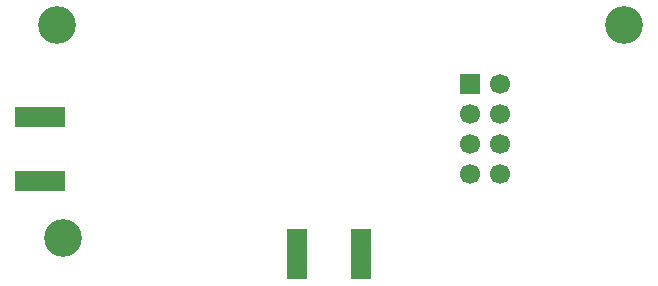
<source format=gbr>
%TF.GenerationSoftware,KiCad,Pcbnew,9.0.1-1.fc42*%
%TF.CreationDate,2025-04-12T13:57:24+02:00*%
%TF.ProjectId,ADF4158_PCB,41444634-3135-4385-9f50-43422e6b6963,rev?*%
%TF.SameCoordinates,Original*%
%TF.FileFunction,Soldermask,Bot*%
%TF.FilePolarity,Negative*%
%FSLAX46Y46*%
G04 Gerber Fmt 4.6, Leading zero omitted, Abs format (unit mm)*
G04 Created by KiCad (PCBNEW 9.0.1-1.fc42) date 2025-04-12 13:57:24*
%MOMM*%
%LPD*%
G01*
G04 APERTURE LIST*
%ADD10C,3.200000*%
%ADD11R,1.800000X4.200000*%
%ADD12R,4.200000X1.800000*%
%ADD13R,1.700000X1.700000*%
%ADD14C,1.700000*%
G04 APERTURE END LIST*
D10*
%TO.C,REF\u002A\u002A*%
X174000000Y-91500000D03*
%TD*%
%TO.C,REF\u002A\u002A*%
X126000000Y-91500000D03*
%TD*%
%TO.C,REF\u002A\u002A*%
X126500000Y-109500000D03*
%TD*%
D11*
%TO.C,J3*%
X151700000Y-110900000D03*
X146300000Y-110900000D03*
%TD*%
D12*
%TO.C,J2*%
X124600000Y-104700000D03*
X124600000Y-99300000D03*
%TD*%
D13*
%TO.C,J1*%
X161000000Y-96500000D03*
D14*
X163540000Y-96500000D03*
X161000000Y-99040000D03*
X163540000Y-99040000D03*
X161000000Y-101580000D03*
X163540000Y-101580000D03*
X161000000Y-104120000D03*
X163540000Y-104120000D03*
%TD*%
M02*

</source>
